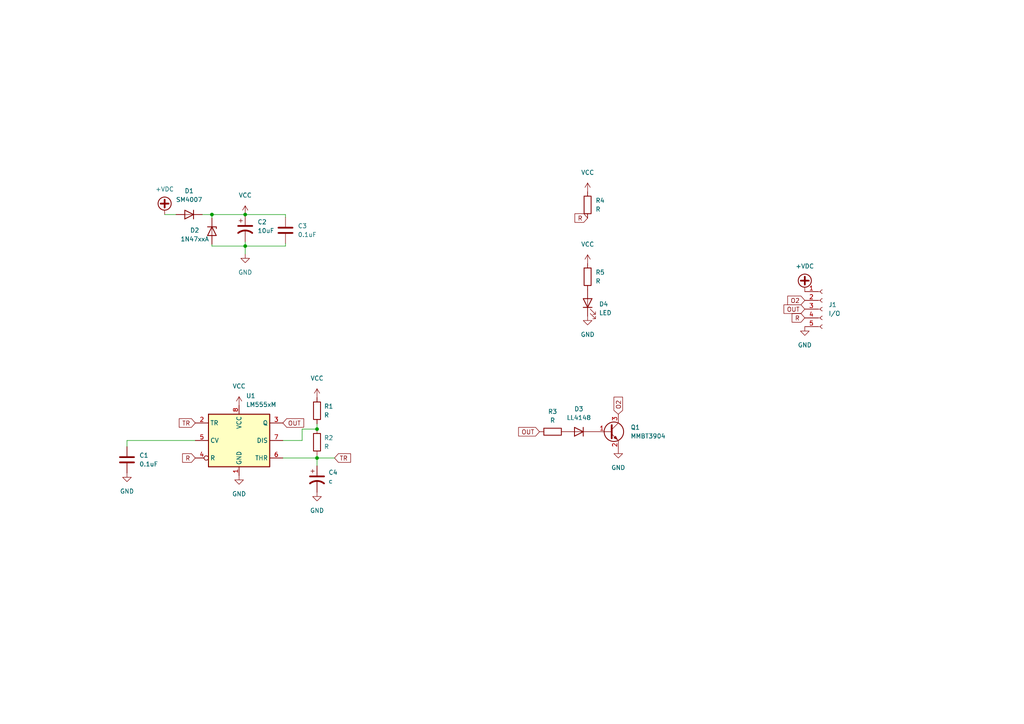
<source format=kicad_sch>
(kicad_sch (version 20211123) (generator eeschema)

  (uuid e63e39d7-6ac0-4ffd-8aa3-1841a4541b55)

  (paper "A4")

  (lib_symbols
    (symbol "Connector:Conn_01x05_Female" (pin_names (offset 1.016) hide) (in_bom yes) (on_board yes)
      (property "Reference" "J" (id 0) (at 0 7.62 0)
        (effects (font (size 1.27 1.27)))
      )
      (property "Value" "Conn_01x05_Female" (id 1) (at 0 -7.62 0)
        (effects (font (size 1.27 1.27)))
      )
      (property "Footprint" "" (id 2) (at 0 0 0)
        (effects (font (size 1.27 1.27)) hide)
      )
      (property "Datasheet" "~" (id 3) (at 0 0 0)
        (effects (font (size 1.27 1.27)) hide)
      )
      (property "ki_keywords" "connector" (id 4) (at 0 0 0)
        (effects (font (size 1.27 1.27)) hide)
      )
      (property "ki_description" "Generic connector, single row, 01x05, script generated (kicad-library-utils/schlib/autogen/connector/)" (id 5) (at 0 0 0)
        (effects (font (size 1.27 1.27)) hide)
      )
      (property "ki_fp_filters" "Connector*:*_1x??_*" (id 6) (at 0 0 0)
        (effects (font (size 1.27 1.27)) hide)
      )
      (symbol "Conn_01x05_Female_1_1"
        (arc (start 0 -4.572) (mid -0.508 -5.08) (end 0 -5.588)
          (stroke (width 0.1524) (type default) (color 0 0 0 0))
          (fill (type none))
        )
        (arc (start 0 -2.032) (mid -0.508 -2.54) (end 0 -3.048)
          (stroke (width 0.1524) (type default) (color 0 0 0 0))
          (fill (type none))
        )
        (polyline
          (pts
            (xy -1.27 -5.08)
            (xy -0.508 -5.08)
          )
          (stroke (width 0.1524) (type default) (color 0 0 0 0))
          (fill (type none))
        )
        (polyline
          (pts
            (xy -1.27 -2.54)
            (xy -0.508 -2.54)
          )
          (stroke (width 0.1524) (type default) (color 0 0 0 0))
          (fill (type none))
        )
        (polyline
          (pts
            (xy -1.27 0)
            (xy -0.508 0)
          )
          (stroke (width 0.1524) (type default) (color 0 0 0 0))
          (fill (type none))
        )
        (polyline
          (pts
            (xy -1.27 2.54)
            (xy -0.508 2.54)
          )
          (stroke (width 0.1524) (type default) (color 0 0 0 0))
          (fill (type none))
        )
        (polyline
          (pts
            (xy -1.27 5.08)
            (xy -0.508 5.08)
          )
          (stroke (width 0.1524) (type default) (color 0 0 0 0))
          (fill (type none))
        )
        (arc (start 0 0.508) (mid -0.508 0) (end 0 -0.508)
          (stroke (width 0.1524) (type default) (color 0 0 0 0))
          (fill (type none))
        )
        (arc (start 0 3.048) (mid -0.508 2.54) (end 0 2.032)
          (stroke (width 0.1524) (type default) (color 0 0 0 0))
          (fill (type none))
        )
        (arc (start 0 5.588) (mid -0.508 5.08) (end 0 4.572)
          (stroke (width 0.1524) (type default) (color 0 0 0 0))
          (fill (type none))
        )
        (pin passive line (at -5.08 5.08 0) (length 3.81)
          (name "Pin_1" (effects (font (size 1.27 1.27))))
          (number "1" (effects (font (size 1.27 1.27))))
        )
        (pin passive line (at -5.08 2.54 0) (length 3.81)
          (name "Pin_2" (effects (font (size 1.27 1.27))))
          (number "2" (effects (font (size 1.27 1.27))))
        )
        (pin passive line (at -5.08 0 0) (length 3.81)
          (name "Pin_3" (effects (font (size 1.27 1.27))))
          (number "3" (effects (font (size 1.27 1.27))))
        )
        (pin passive line (at -5.08 -2.54 0) (length 3.81)
          (name "Pin_4" (effects (font (size 1.27 1.27))))
          (number "4" (effects (font (size 1.27 1.27))))
        )
        (pin passive line (at -5.08 -5.08 0) (length 3.81)
          (name "Pin_5" (effects (font (size 1.27 1.27))))
          (number "5" (effects (font (size 1.27 1.27))))
        )
      )
    )
    (symbol "Device:C" (pin_numbers hide) (pin_names (offset 0.254)) (in_bom yes) (on_board yes)
      (property "Reference" "C" (id 0) (at 0.635 2.54 0)
        (effects (font (size 1.27 1.27)) (justify left))
      )
      (property "Value" "C" (id 1) (at 0.635 -2.54 0)
        (effects (font (size 1.27 1.27)) (justify left))
      )
      (property "Footprint" "" (id 2) (at 0.9652 -3.81 0)
        (effects (font (size 1.27 1.27)) hide)
      )
      (property "Datasheet" "~" (id 3) (at 0 0 0)
        (effects (font (size 1.27 1.27)) hide)
      )
      (property "ki_keywords" "cap capacitor" (id 4) (at 0 0 0)
        (effects (font (size 1.27 1.27)) hide)
      )
      (property "ki_description" "Unpolarized capacitor" (id 5) (at 0 0 0)
        (effects (font (size 1.27 1.27)) hide)
      )
      (property "ki_fp_filters" "C_*" (id 6) (at 0 0 0)
        (effects (font (size 1.27 1.27)) hide)
      )
      (symbol "C_0_1"
        (polyline
          (pts
            (xy -2.032 -0.762)
            (xy 2.032 -0.762)
          )
          (stroke (width 0.508) (type default) (color 0 0 0 0))
          (fill (type none))
        )
        (polyline
          (pts
            (xy -2.032 0.762)
            (xy 2.032 0.762)
          )
          (stroke (width 0.508) (type default) (color 0 0 0 0))
          (fill (type none))
        )
      )
      (symbol "C_1_1"
        (pin passive line (at 0 3.81 270) (length 2.794)
          (name "~" (effects (font (size 1.27 1.27))))
          (number "1" (effects (font (size 1.27 1.27))))
        )
        (pin passive line (at 0 -3.81 90) (length 2.794)
          (name "~" (effects (font (size 1.27 1.27))))
          (number "2" (effects (font (size 1.27 1.27))))
        )
      )
    )
    (symbol "Device:C_Polarized_US" (pin_numbers hide) (pin_names (offset 0.254) hide) (in_bom yes) (on_board yes)
      (property "Reference" "C" (id 0) (at 0.635 2.54 0)
        (effects (font (size 1.27 1.27)) (justify left))
      )
      (property "Value" "C_Polarized_US" (id 1) (at 0.635 -2.54 0)
        (effects (font (size 1.27 1.27)) (justify left))
      )
      (property "Footprint" "" (id 2) (at 0 0 0)
        (effects (font (size 1.27 1.27)) hide)
      )
      (property "Datasheet" "~" (id 3) (at 0 0 0)
        (effects (font (size 1.27 1.27)) hide)
      )
      (property "ki_keywords" "cap capacitor" (id 4) (at 0 0 0)
        (effects (font (size 1.27 1.27)) hide)
      )
      (property "ki_description" "Polarized capacitor, US symbol" (id 5) (at 0 0 0)
        (effects (font (size 1.27 1.27)) hide)
      )
      (property "ki_fp_filters" "CP_*" (id 6) (at 0 0 0)
        (effects (font (size 1.27 1.27)) hide)
      )
      (symbol "C_Polarized_US_0_1"
        (polyline
          (pts
            (xy -2.032 0.762)
            (xy 2.032 0.762)
          )
          (stroke (width 0.508) (type default) (color 0 0 0 0))
          (fill (type none))
        )
        (polyline
          (pts
            (xy -1.778 2.286)
            (xy -0.762 2.286)
          )
          (stroke (width 0) (type default) (color 0 0 0 0))
          (fill (type none))
        )
        (polyline
          (pts
            (xy -1.27 1.778)
            (xy -1.27 2.794)
          )
          (stroke (width 0) (type default) (color 0 0 0 0))
          (fill (type none))
        )
        (arc (start 2.032 -1.27) (mid 0 -0.5572) (end -2.032 -1.27)
          (stroke (width 0.508) (type default) (color 0 0 0 0))
          (fill (type none))
        )
      )
      (symbol "C_Polarized_US_1_1"
        (pin passive line (at 0 3.81 270) (length 2.794)
          (name "~" (effects (font (size 1.27 1.27))))
          (number "1" (effects (font (size 1.27 1.27))))
        )
        (pin passive line (at 0 -3.81 90) (length 3.302)
          (name "~" (effects (font (size 1.27 1.27))))
          (number "2" (effects (font (size 1.27 1.27))))
        )
      )
    )
    (symbol "Device:LED" (pin_numbers hide) (pin_names (offset 1.016) hide) (in_bom yes) (on_board yes)
      (property "Reference" "D" (id 0) (at 0 2.54 0)
        (effects (font (size 1.27 1.27)))
      )
      (property "Value" "LED" (id 1) (at 0 -2.54 0)
        (effects (font (size 1.27 1.27)))
      )
      (property "Footprint" "" (id 2) (at 0 0 0)
        (effects (font (size 1.27 1.27)) hide)
      )
      (property "Datasheet" "~" (id 3) (at 0 0 0)
        (effects (font (size 1.27 1.27)) hide)
      )
      (property "ki_keywords" "LED diode" (id 4) (at 0 0 0)
        (effects (font (size 1.27 1.27)) hide)
      )
      (property "ki_description" "Light emitting diode" (id 5) (at 0 0 0)
        (effects (font (size 1.27 1.27)) hide)
      )
      (property "ki_fp_filters" "LED* LED_SMD:* LED_THT:*" (id 6) (at 0 0 0)
        (effects (font (size 1.27 1.27)) hide)
      )
      (symbol "LED_0_1"
        (polyline
          (pts
            (xy -1.27 -1.27)
            (xy -1.27 1.27)
          )
          (stroke (width 0.254) (type default) (color 0 0 0 0))
          (fill (type none))
        )
        (polyline
          (pts
            (xy -1.27 0)
            (xy 1.27 0)
          )
          (stroke (width 0) (type default) (color 0 0 0 0))
          (fill (type none))
        )
        (polyline
          (pts
            (xy 1.27 -1.27)
            (xy 1.27 1.27)
            (xy -1.27 0)
            (xy 1.27 -1.27)
          )
          (stroke (width 0.254) (type default) (color 0 0 0 0))
          (fill (type none))
        )
        (polyline
          (pts
            (xy -3.048 -0.762)
            (xy -4.572 -2.286)
            (xy -3.81 -2.286)
            (xy -4.572 -2.286)
            (xy -4.572 -1.524)
          )
          (stroke (width 0) (type default) (color 0 0 0 0))
          (fill (type none))
        )
        (polyline
          (pts
            (xy -1.778 -0.762)
            (xy -3.302 -2.286)
            (xy -2.54 -2.286)
            (xy -3.302 -2.286)
            (xy -3.302 -1.524)
          )
          (stroke (width 0) (type default) (color 0 0 0 0))
          (fill (type none))
        )
      )
      (symbol "LED_1_1"
        (pin passive line (at -3.81 0 0) (length 2.54)
          (name "K" (effects (font (size 1.27 1.27))))
          (number "1" (effects (font (size 1.27 1.27))))
        )
        (pin passive line (at 3.81 0 180) (length 2.54)
          (name "A" (effects (font (size 1.27 1.27))))
          (number "2" (effects (font (size 1.27 1.27))))
        )
      )
    )
    (symbol "Device:R" (pin_numbers hide) (pin_names (offset 0)) (in_bom yes) (on_board yes)
      (property "Reference" "R" (id 0) (at 2.032 0 90)
        (effects (font (size 1.27 1.27)))
      )
      (property "Value" "R" (id 1) (at 0 0 90)
        (effects (font (size 1.27 1.27)))
      )
      (property "Footprint" "" (id 2) (at -1.778 0 90)
        (effects (font (size 1.27 1.27)) hide)
      )
      (property "Datasheet" "~" (id 3) (at 0 0 0)
        (effects (font (size 1.27 1.27)) hide)
      )
      (property "ki_keywords" "R res resistor" (id 4) (at 0 0 0)
        (effects (font (size 1.27 1.27)) hide)
      )
      (property "ki_description" "Resistor" (id 5) (at 0 0 0)
        (effects (font (size 1.27 1.27)) hide)
      )
      (property "ki_fp_filters" "R_*" (id 6) (at 0 0 0)
        (effects (font (size 1.27 1.27)) hide)
      )
      (symbol "R_0_1"
        (rectangle (start -1.016 -2.54) (end 1.016 2.54)
          (stroke (width 0.254) (type default) (color 0 0 0 0))
          (fill (type none))
        )
      )
      (symbol "R_1_1"
        (pin passive line (at 0 3.81 270) (length 1.27)
          (name "~" (effects (font (size 1.27 1.27))))
          (number "1" (effects (font (size 1.27 1.27))))
        )
        (pin passive line (at 0 -3.81 90) (length 1.27)
          (name "~" (effects (font (size 1.27 1.27))))
          (number "2" (effects (font (size 1.27 1.27))))
        )
      )
    )
    (symbol "Diode:1N47xxA" (pin_numbers hide) (pin_names (offset 1.016) hide) (in_bom yes) (on_board yes)
      (property "Reference" "D" (id 0) (at 0 2.54 0)
        (effects (font (size 1.27 1.27)))
      )
      (property "Value" "1N47xxA" (id 1) (at 0 -2.54 0)
        (effects (font (size 1.27 1.27)))
      )
      (property "Footprint" "Diode_THT:D_DO-41_SOD81_P10.16mm_Horizontal" (id 2) (at 0 -4.445 0)
        (effects (font (size 1.27 1.27)) hide)
      )
      (property "Datasheet" "https://www.vishay.com/docs/85816/1n4728a.pdf" (id 3) (at 0 0 0)
        (effects (font (size 1.27 1.27)) hide)
      )
      (property "ki_keywords" "zener diode" (id 4) (at 0 0 0)
        (effects (font (size 1.27 1.27)) hide)
      )
      (property "ki_description" "1300mW Silicon planar power Zener diodes, DO-41" (id 5) (at 0 0 0)
        (effects (font (size 1.27 1.27)) hide)
      )
      (property "ki_fp_filters" "D*DO?41*" (id 6) (at 0 0 0)
        (effects (font (size 1.27 1.27)) hide)
      )
      (symbol "1N47xxA_0_1"
        (polyline
          (pts
            (xy 1.27 0)
            (xy -1.27 0)
          )
          (stroke (width 0) (type default) (color 0 0 0 0))
          (fill (type none))
        )
        (polyline
          (pts
            (xy -1.27 -1.27)
            (xy -1.27 1.27)
            (xy -0.762 1.27)
          )
          (stroke (width 0.254) (type default) (color 0 0 0 0))
          (fill (type none))
        )
        (polyline
          (pts
            (xy 1.27 -1.27)
            (xy 1.27 1.27)
            (xy -1.27 0)
            (xy 1.27 -1.27)
          )
          (stroke (width 0.254) (type default) (color 0 0 0 0))
          (fill (type none))
        )
      )
      (symbol "1N47xxA_1_1"
        (pin passive line (at -3.81 0 0) (length 2.54)
          (name "K" (effects (font (size 1.27 1.27))))
          (number "1" (effects (font (size 1.27 1.27))))
        )
        (pin passive line (at 3.81 0 180) (length 2.54)
          (name "A" (effects (font (size 1.27 1.27))))
          (number "2" (effects (font (size 1.27 1.27))))
        )
      )
    )
    (symbol "Diode:LL4148" (pin_numbers hide) (pin_names (offset 1.016) hide) (in_bom yes) (on_board yes)
      (property "Reference" "D" (id 0) (at 0 2.54 0)
        (effects (font (size 1.27 1.27)))
      )
      (property "Value" "LL4148" (id 1) (at 0 -2.54 0)
        (effects (font (size 1.27 1.27)))
      )
      (property "Footprint" "Diode_SMD:D_MiniMELF" (id 2) (at 0 -4.445 0)
        (effects (font (size 1.27 1.27)) hide)
      )
      (property "Datasheet" "http://www.vishay.com/docs/85557/ll4148.pdf" (id 3) (at 0 0 0)
        (effects (font (size 1.27 1.27)) hide)
      )
      (property "ki_keywords" "diode" (id 4) (at 0 0 0)
        (effects (font (size 1.27 1.27)) hide)
      )
      (property "ki_description" "100V 0.15A standard switching diode, MiniMELF" (id 5) (at 0 0 0)
        (effects (font (size 1.27 1.27)) hide)
      )
      (property "ki_fp_filters" "D*MiniMELF*" (id 6) (at 0 0 0)
        (effects (font (size 1.27 1.27)) hide)
      )
      (symbol "LL4148_0_1"
        (polyline
          (pts
            (xy -1.27 1.27)
            (xy -1.27 -1.27)
          )
          (stroke (width 0.254) (type default) (color 0 0 0 0))
          (fill (type none))
        )
        (polyline
          (pts
            (xy 1.27 0)
            (xy -1.27 0)
          )
          (stroke (width 0) (type default) (color 0 0 0 0))
          (fill (type none))
        )
        (polyline
          (pts
            (xy 1.27 1.27)
            (xy 1.27 -1.27)
            (xy -1.27 0)
            (xy 1.27 1.27)
          )
          (stroke (width 0.254) (type default) (color 0 0 0 0))
          (fill (type none))
        )
      )
      (symbol "LL4148_1_1"
        (pin passive line (at -3.81 0 0) (length 2.54)
          (name "K" (effects (font (size 1.27 1.27))))
          (number "1" (effects (font (size 1.27 1.27))))
        )
        (pin passive line (at 3.81 0 180) (length 2.54)
          (name "A" (effects (font (size 1.27 1.27))))
          (number "2" (effects (font (size 1.27 1.27))))
        )
      )
    )
    (symbol "Diode:SM4007" (pin_numbers hide) (pin_names (offset 1.016) hide) (in_bom yes) (on_board yes)
      (property "Reference" "D" (id 0) (at 0 2.54 0)
        (effects (font (size 1.27 1.27)))
      )
      (property "Value" "SM4007" (id 1) (at 0 -2.54 0)
        (effects (font (size 1.27 1.27)))
      )
      (property "Footprint" "Diode_SMD:D_MELF" (id 2) (at 0 -4.445 0)
        (effects (font (size 1.27 1.27)) hide)
      )
      (property "Datasheet" "http://cdn-reichelt.de/documents/datenblatt/A400/SMD1N400%23DIO.pdf" (id 3) (at 0 0 0)
        (effects (font (size 1.27 1.27)) hide)
      )
      (property "ki_keywords" "diode" (id 4) (at 0 0 0)
        (effects (font (size 1.27 1.27)) hide)
      )
      (property "ki_description" "1000V 1A General Purpose Rectifier Diode, MELF" (id 5) (at 0 0 0)
        (effects (font (size 1.27 1.27)) hide)
      )
      (property "ki_fp_filters" "D*MELF*" (id 6) (at 0 0 0)
        (effects (font (size 1.27 1.27)) hide)
      )
      (symbol "SM4007_0_1"
        (polyline
          (pts
            (xy -1.27 1.27)
            (xy -1.27 -1.27)
          )
          (stroke (width 0.254) (type default) (color 0 0 0 0))
          (fill (type none))
        )
        (polyline
          (pts
            (xy 1.27 0)
            (xy -1.27 0)
          )
          (stroke (width 0) (type default) (color 0 0 0 0))
          (fill (type none))
        )
        (polyline
          (pts
            (xy 1.27 1.27)
            (xy 1.27 -1.27)
            (xy -1.27 0)
            (xy 1.27 1.27)
          )
          (stroke (width 0.254) (type default) (color 0 0 0 0))
          (fill (type none))
        )
      )
      (symbol "SM4007_1_1"
        (pin passive line (at -3.81 0 0) (length 2.54)
          (name "K" (effects (font (size 1.27 1.27))))
          (number "1" (effects (font (size 1.27 1.27))))
        )
        (pin passive line (at 3.81 0 180) (length 2.54)
          (name "A" (effects (font (size 1.27 1.27))))
          (number "2" (effects (font (size 1.27 1.27))))
        )
      )
    )
    (symbol "Timer:LM555xM" (in_bom yes) (on_board yes)
      (property "Reference" "U" (id 0) (at -10.16 8.89 0)
        (effects (font (size 1.27 1.27)) (justify left))
      )
      (property "Value" "LM555xM" (id 1) (at 2.54 8.89 0)
        (effects (font (size 1.27 1.27)) (justify left))
      )
      (property "Footprint" "Package_SO:SOIC-8_3.9x4.9mm_P1.27mm" (id 2) (at 21.59 -10.16 0)
        (effects (font (size 1.27 1.27)) hide)
      )
      (property "Datasheet" "http://www.ti.com/lit/ds/symlink/lm555.pdf" (id 3) (at 21.59 -10.16 0)
        (effects (font (size 1.27 1.27)) hide)
      )
      (property "ki_keywords" "single timer 555" (id 4) (at 0 0 0)
        (effects (font (size 1.27 1.27)) hide)
      )
      (property "ki_description" "Timer, 555 compatible, SOIC-8" (id 5) (at 0 0 0)
        (effects (font (size 1.27 1.27)) hide)
      )
      (property "ki_fp_filters" "SOIC*3.9x4.9mm*P1.27mm*" (id 6) (at 0 0 0)
        (effects (font (size 1.27 1.27)) hide)
      )
      (symbol "LM555xM_0_0"
        (pin power_in line (at 0 -10.16 90) (length 2.54)
          (name "GND" (effects (font (size 1.27 1.27))))
          (number "1" (effects (font (size 1.27 1.27))))
        )
        (pin power_in line (at 0 10.16 270) (length 2.54)
          (name "VCC" (effects (font (size 1.27 1.27))))
          (number "8" (effects (font (size 1.27 1.27))))
        )
      )
      (symbol "LM555xM_0_1"
        (rectangle (start -8.89 -7.62) (end 8.89 7.62)
          (stroke (width 0.254) (type default) (color 0 0 0 0))
          (fill (type background))
        )
        (rectangle (start -8.89 -7.62) (end 8.89 7.62)
          (stroke (width 0.254) (type default) (color 0 0 0 0))
          (fill (type background))
        )
      )
      (symbol "LM555xM_1_1"
        (pin input line (at -12.7 5.08 0) (length 3.81)
          (name "TR" (effects (font (size 1.27 1.27))))
          (number "2" (effects (font (size 1.27 1.27))))
        )
        (pin output line (at 12.7 5.08 180) (length 3.81)
          (name "Q" (effects (font (size 1.27 1.27))))
          (number "3" (effects (font (size 1.27 1.27))))
        )
        (pin input inverted (at -12.7 -5.08 0) (length 3.81)
          (name "R" (effects (font (size 1.27 1.27))))
          (number "4" (effects (font (size 1.27 1.27))))
        )
        (pin input line (at -12.7 0 0) (length 3.81)
          (name "CV" (effects (font (size 1.27 1.27))))
          (number "5" (effects (font (size 1.27 1.27))))
        )
        (pin input line (at 12.7 -5.08 180) (length 3.81)
          (name "THR" (effects (font (size 1.27 1.27))))
          (number "6" (effects (font (size 1.27 1.27))))
        )
        (pin input line (at 12.7 0 180) (length 3.81)
          (name "DIS" (effects (font (size 1.27 1.27))))
          (number "7" (effects (font (size 1.27 1.27))))
        )
      )
    )
    (symbol "Transistor_BJT:MMBT3904" (pin_names (offset 0) hide) (in_bom yes) (on_board yes)
      (property "Reference" "Q" (id 0) (at 5.08 1.905 0)
        (effects (font (size 1.27 1.27)) (justify left))
      )
      (property "Value" "MMBT3904" (id 1) (at 5.08 0 0)
        (effects (font (size 1.27 1.27)) (justify left))
      )
      (property "Footprint" "Package_TO_SOT_SMD:SOT-23" (id 2) (at 5.08 -1.905 0)
        (effects (font (size 1.27 1.27) italic) (justify left) hide)
      )
      (property "Datasheet" "https://www.onsemi.com/pub/Collateral/2N3903-D.PDF" (id 3) (at 0 0 0)
        (effects (font (size 1.27 1.27)) (justify left) hide)
      )
      (property "ki_keywords" "NPN Transistor" (id 4) (at 0 0 0)
        (effects (font (size 1.27 1.27)) hide)
      )
      (property "ki_description" "0.2A Ic, 40V Vce, Small Signal NPN Transistor, SOT-23" (id 5) (at 0 0 0)
        (effects (font (size 1.27 1.27)) hide)
      )
      (property "ki_fp_filters" "SOT?23*" (id 6) (at 0 0 0)
        (effects (font (size 1.27 1.27)) hide)
      )
      (symbol "MMBT3904_0_1"
        (polyline
          (pts
            (xy 0.635 0.635)
            (xy 2.54 2.54)
          )
          (stroke (width 0) (type default) (color 0 0 0 0))
          (fill (type none))
        )
        (polyline
          (pts
            (xy 0.635 -0.635)
            (xy 2.54 -2.54)
            (xy 2.54 -2.54)
          )
          (stroke (width 0) (type default) (color 0 0 0 0))
          (fill (type none))
        )
        (polyline
          (pts
            (xy 0.635 1.905)
            (xy 0.635 -1.905)
            (xy 0.635 -1.905)
          )
          (stroke (width 0.508) (type default) (color 0 0 0 0))
          (fill (type none))
        )
        (polyline
          (pts
            (xy 1.27 -1.778)
            (xy 1.778 -1.27)
            (xy 2.286 -2.286)
            (xy 1.27 -1.778)
            (xy 1.27 -1.778)
          )
          (stroke (width 0) (type default) (color 0 0 0 0))
          (fill (type outline))
        )
        (circle (center 1.27 0) (radius 2.8194)
          (stroke (width 0.254) (type default) (color 0 0 0 0))
          (fill (type none))
        )
      )
      (symbol "MMBT3904_1_1"
        (pin input line (at -5.08 0 0) (length 5.715)
          (name "B" (effects (font (size 1.27 1.27))))
          (number "1" (effects (font (size 1.27 1.27))))
        )
        (pin passive line (at 2.54 -5.08 90) (length 2.54)
          (name "E" (effects (font (size 1.27 1.27))))
          (number "2" (effects (font (size 1.27 1.27))))
        )
        (pin passive line (at 2.54 5.08 270) (length 2.54)
          (name "C" (effects (font (size 1.27 1.27))))
          (number "3" (effects (font (size 1.27 1.27))))
        )
      )
    )
    (symbol "power:+VDC" (power) (pin_names (offset 0)) (in_bom yes) (on_board yes)
      (property "Reference" "#PWR" (id 0) (at 0 -2.54 0)
        (effects (font (size 1.27 1.27)) hide)
      )
      (property "Value" "+VDC" (id 1) (at 0 6.35 0)
        (effects (font (size 1.27 1.27)))
      )
      (property "Footprint" "" (id 2) (at 0 0 0)
        (effects (font (size 1.27 1.27)) hide)
      )
      (property "Datasheet" "" (id 3) (at 0 0 0)
        (effects (font (size 1.27 1.27)) hide)
      )
      (property "ki_keywords" "power-flag" (id 4) (at 0 0 0)
        (effects (font (size 1.27 1.27)) hide)
      )
      (property "ki_description" "Power symbol creates a global label with name \"+VDC\"" (id 5) (at 0 0 0)
        (effects (font (size 1.27 1.27)) hide)
      )
      (symbol "+VDC_0_1"
        (polyline
          (pts
            (xy -1.143 3.175)
            (xy 1.143 3.175)
          )
          (stroke (width 0.508) (type default) (color 0 0 0 0))
          (fill (type none))
        )
        (polyline
          (pts
            (xy 0 0)
            (xy 0 1.27)
          )
          (stroke (width 0) (type default) (color 0 0 0 0))
          (fill (type none))
        )
        (polyline
          (pts
            (xy 0 2.032)
            (xy 0 4.318)
          )
          (stroke (width 0.508) (type default) (color 0 0 0 0))
          (fill (type none))
        )
        (circle (center 0 3.175) (radius 1.905)
          (stroke (width 0.254) (type default) (color 0 0 0 0))
          (fill (type none))
        )
      )
      (symbol "+VDC_1_1"
        (pin power_in line (at 0 0 90) (length 0) hide
          (name "+VDC" (effects (font (size 1.27 1.27))))
          (number "1" (effects (font (size 1.27 1.27))))
        )
      )
    )
    (symbol "power:GND" (power) (pin_names (offset 0)) (in_bom yes) (on_board yes)
      (property "Reference" "#PWR" (id 0) (at 0 -6.35 0)
        (effects (font (size 1.27 1.27)) hide)
      )
      (property "Value" "GND" (id 1) (at 0 -3.81 0)
        (effects (font (size 1.27 1.27)))
      )
      (property "Footprint" "" (id 2) (at 0 0 0)
        (effects (font (size 1.27 1.27)) hide)
      )
      (property "Datasheet" "" (id 3) (at 0 0 0)
        (effects (font (size 1.27 1.27)) hide)
      )
      (property "ki_keywords" "power-flag" (id 4) (at 0 0 0)
        (effects (font (size 1.27 1.27)) hide)
      )
      (property "ki_description" "Power symbol creates a global label with name \"GND\" , ground" (id 5) (at 0 0 0)
        (effects (font (size 1.27 1.27)) hide)
      )
      (symbol "GND_0_1"
        (polyline
          (pts
            (xy 0 0)
            (xy 0 -1.27)
            (xy 1.27 -1.27)
            (xy 0 -2.54)
            (xy -1.27 -1.27)
            (xy 0 -1.27)
          )
          (stroke (width 0) (type default) (color 0 0 0 0))
          (fill (type none))
        )
      )
      (symbol "GND_1_1"
        (pin power_in line (at 0 0 270) (length 0) hide
          (name "GND" (effects (font (size 1.27 1.27))))
          (number "1" (effects (font (size 1.27 1.27))))
        )
      )
    )
    (symbol "power:VCC" (power) (pin_names (offset 0)) (in_bom yes) (on_board yes)
      (property "Reference" "#PWR" (id 0) (at 0 -3.81 0)
        (effects (font (size 1.27 1.27)) hide)
      )
      (property "Value" "VCC" (id 1) (at 0 3.81 0)
        (effects (font (size 1.27 1.27)))
      )
      (property "Footprint" "" (id 2) (at 0 0 0)
        (effects (font (size 1.27 1.27)) hide)
      )
      (property "Datasheet" "" (id 3) (at 0 0 0)
        (effects (font (size 1.27 1.27)) hide)
      )
      (property "ki_keywords" "power-flag" (id 4) (at 0 0 0)
        (effects (font (size 1.27 1.27)) hide)
      )
      (property "ki_description" "Power symbol creates a global label with name \"VCC\"" (id 5) (at 0 0 0)
        (effects (font (size 1.27 1.27)) hide)
      )
      (symbol "VCC_0_1"
        (polyline
          (pts
            (xy -0.762 1.27)
            (xy 0 2.54)
          )
          (stroke (width 0) (type default) (color 0 0 0 0))
          (fill (type none))
        )
        (polyline
          (pts
            (xy 0 0)
            (xy 0 2.54)
          )
          (stroke (width 0) (type default) (color 0 0 0 0))
          (fill (type none))
        )
        (polyline
          (pts
            (xy 0 2.54)
            (xy 0.762 1.27)
          )
          (stroke (width 0) (type default) (color 0 0 0 0))
          (fill (type none))
        )
      )
      (symbol "VCC_1_1"
        (pin power_in line (at 0 0 90) (length 0) hide
          (name "VCC" (effects (font (size 1.27 1.27))))
          (number "1" (effects (font (size 1.27 1.27))))
        )
      )
    )
  )

  (junction (at 71.12 71.374) (diameter 0) (color 0 0 0 0)
    (uuid 277bc8d1-0224-40f2-a4b3-cff612ff230d)
  )
  (junction (at 91.948 124.46) (diameter 0) (color 0 0 0 0)
    (uuid 8f849dba-575c-4b13-9264-959ff1f305db)
  )
  (junction (at 61.468 62.23) (diameter 0) (color 0 0 0 0)
    (uuid 9f40c9f1-fc4a-40d9-9012-5f085e099ec0)
  )
  (junction (at 91.948 132.842) (diameter 0) (color 0 0 0 0)
    (uuid a18406a7-cc47-45f2-8920-09a7f25bb056)
  )
  (junction (at 71.12 62.23) (diameter 0) (color 0 0 0 0)
    (uuid d10d869b-34b3-4d98-a49d-9815455ebcfb)
  )

  (wire (pts (xy 82.042 132.842) (xy 91.948 132.842))
    (stroke (width 0) (type default) (color 0 0 0 0))
    (uuid 01e1f34f-a2e4-49f1-b501-29f9cc54ab59)
  )
  (wire (pts (xy 47.752 62.23) (xy 51.054 62.23))
    (stroke (width 0) (type default) (color 0 0 0 0))
    (uuid 0654d8d5-df44-408a-8072-c73fff27d495)
  )
  (wire (pts (xy 71.12 70.104) (xy 71.12 71.374))
    (stroke (width 0) (type default) (color 0 0 0 0))
    (uuid 1022c09d-80f1-4b15-97ad-1376c01d3e7f)
  )
  (wire (pts (xy 71.12 71.374) (xy 71.12 73.66))
    (stroke (width 0) (type default) (color 0 0 0 0))
    (uuid 187065ec-3a4d-4b93-8e52-99056d0fac7d)
  )
  (wire (pts (xy 91.948 132.08) (xy 91.948 132.842))
    (stroke (width 0) (type default) (color 0 0 0 0))
    (uuid 26caa7a3-5a17-4399-b22c-231318640487)
  )
  (wire (pts (xy 82.804 70.612) (xy 82.804 71.374))
    (stroke (width 0) (type default) (color 0 0 0 0))
    (uuid 29283b10-35d3-45cb-bd5d-f72658dfde09)
  )
  (wire (pts (xy 82.804 62.23) (xy 82.804 62.992))
    (stroke (width 0) (type default) (color 0 0 0 0))
    (uuid 39473179-81f7-4f92-9a82-0551a9ed1a65)
  )
  (wire (pts (xy 36.83 129.54) (xy 36.83 127.762))
    (stroke (width 0) (type default) (color 0 0 0 0))
    (uuid 398cb0ee-958d-4a42-bbc8-5911c54192c7)
  )
  (wire (pts (xy 91.948 122.936) (xy 91.948 124.46))
    (stroke (width 0) (type default) (color 0 0 0 0))
    (uuid 42b5c82f-0c41-4d61-837b-420d26de8d57)
  )
  (wire (pts (xy 61.468 62.23) (xy 71.12 62.23))
    (stroke (width 0) (type default) (color 0 0 0 0))
    (uuid 4d372122-3482-4c53-ba7c-7e67bd3f3c64)
  )
  (wire (pts (xy 91.948 132.842) (xy 91.948 135.128))
    (stroke (width 0) (type default) (color 0 0 0 0))
    (uuid 7cb7dc86-b308-4090-b911-17d1741d6962)
  )
  (wire (pts (xy 87.63 127.762) (xy 87.63 124.46))
    (stroke (width 0) (type default) (color 0 0 0 0))
    (uuid 94daac54-7351-4a23-95d6-709d290b80f9)
  )
  (wire (pts (xy 36.83 127.762) (xy 56.642 127.762))
    (stroke (width 0) (type default) (color 0 0 0 0))
    (uuid 983fd000-ac0e-4da0-935a-eba43d5d26e4)
  )
  (wire (pts (xy 91.948 132.842) (xy 97.028 132.842))
    (stroke (width 0) (type default) (color 0 0 0 0))
    (uuid 9a98b3a9-c386-40b6-a8df-484012a04ba3)
  )
  (wire (pts (xy 58.674 62.23) (xy 61.468 62.23))
    (stroke (width 0) (type default) (color 0 0 0 0))
    (uuid 9ead2834-c773-4a13-ab33-02bffa75f11e)
  )
  (wire (pts (xy 61.468 63.246) (xy 61.468 62.23))
    (stroke (width 0) (type default) (color 0 0 0 0))
    (uuid a0126e54-a8d4-41cd-bc46-a91a6e2c7b60)
  )
  (wire (pts (xy 82.804 62.23) (xy 71.12 62.23))
    (stroke (width 0) (type default) (color 0 0 0 0))
    (uuid b0e86935-ed76-4e94-94c4-17425f653ccd)
  )
  (wire (pts (xy 71.12 62.23) (xy 71.12 62.484))
    (stroke (width 0) (type default) (color 0 0 0 0))
    (uuid baccf262-8c14-4c57-874d-0436604aa992)
  )
  (wire (pts (xy 87.63 124.46) (xy 91.948 124.46))
    (stroke (width 0) (type default) (color 0 0 0 0))
    (uuid c1e1f626-79f6-4163-8ed1-55dbfafaa14c)
  )
  (wire (pts (xy 61.468 70.866) (xy 61.468 71.374))
    (stroke (width 0) (type default) (color 0 0 0 0))
    (uuid cdaf95aa-d122-4dbe-a9ec-a0d319195fb5)
  )
  (wire (pts (xy 82.042 127.762) (xy 87.63 127.762))
    (stroke (width 0) (type default) (color 0 0 0 0))
    (uuid d25d9ada-1e8e-4b26-affc-7a3437f9167b)
  )
  (wire (pts (xy 71.12 71.374) (xy 61.468 71.374))
    (stroke (width 0) (type default) (color 0 0 0 0))
    (uuid e58c80c9-15d0-4f62-830e-c9ce06bbfa30)
  )
  (wire (pts (xy 71.12 71.374) (xy 82.804 71.374))
    (stroke (width 0) (type default) (color 0 0 0 0))
    (uuid f79cacb4-df99-4d8e-ba76-e98865eb3c4c)
  )

  (global_label "R" (shape input) (at 170.434 63.246 180) (fields_autoplaced)
    (effects (font (size 1.27 1.27)) (justify right))
    (uuid 0ccf7fc0-8f2c-4d6f-b8bc-70c3e3c46b09)
    (property "Intersheet References" "${INTERSHEET_REFS}" (id 0) (at 166.7509 63.1666 0)
      (effects (font (size 1.27 1.27)) (justify right) hide)
    )
  )
  (global_label "R" (shape input) (at 56.642 132.842 180) (fields_autoplaced)
    (effects (font (size 1.27 1.27)) (justify right))
    (uuid 18597571-2fd3-43c1-b1ad-617b8d0a7b78)
    (property "Intersheet References" "${INTERSHEET_REFS}" (id 0) (at 52.9589 132.7626 0)
      (effects (font (size 1.27 1.27)) (justify right) hide)
    )
  )
  (global_label "OUT" (shape input) (at 233.426 89.662 180) (fields_autoplaced)
    (effects (font (size 1.27 1.27)) (justify right))
    (uuid 2e1bdb33-3340-4c7f-b5f7-94b96706ab81)
    (property "Intersheet References" "${INTERSHEET_REFS}" (id 0) (at 227.3843 89.7414 0)
      (effects (font (size 1.27 1.27)) (justify right) hide)
    )
  )
  (global_label "TR" (shape input) (at 97.028 132.842 0) (fields_autoplaced)
    (effects (font (size 1.27 1.27)) (justify left))
    (uuid 44edc69c-0522-487e-ad4f-ca8d85649e4d)
    (property "Intersheet References" "${INTERSHEET_REFS}" (id 0) (at 101.6787 132.7626 0)
      (effects (font (size 1.27 1.27)) (justify left) hide)
    )
  )
  (global_label "O2" (shape input) (at 233.426 87.122 180) (fields_autoplaced)
    (effects (font (size 1.27 1.27)) (justify right))
    (uuid 4f3e05b6-3bd1-449e-b8ec-c191c5bb2092)
    (property "Intersheet References" "${INTERSHEET_REFS}" (id 0) (at 228.4729 87.0426 0)
      (effects (font (size 1.27 1.27)) (justify right) hide)
    )
  )
  (global_label "TR" (shape input) (at 56.642 122.682 180) (fields_autoplaced)
    (effects (font (size 1.27 1.27)) (justify right))
    (uuid 52f48c96-618a-4662-b288-40cf0e767962)
    (property "Intersheet References" "${INTERSHEET_REFS}" (id 0) (at 51.9913 122.6026 0)
      (effects (font (size 1.27 1.27)) (justify right) hide)
    )
  )
  (global_label "OUT" (shape input) (at 82.042 122.682 0) (fields_autoplaced)
    (effects (font (size 1.27 1.27)) (justify left))
    (uuid 5c9d2373-8a3e-4fe1-b09c-0c0532db11cc)
    (property "Intersheet References" "${INTERSHEET_REFS}" (id 0) (at 88.0837 122.6026 0)
      (effects (font (size 1.27 1.27)) (justify left) hide)
    )
  )
  (global_label "OUT" (shape input) (at 156.464 125.222 180) (fields_autoplaced)
    (effects (font (size 1.27 1.27)) (justify right))
    (uuid 6c7ce76d-c56d-41b9-b1d3-9690a8f214fd)
    (property "Intersheet References" "${INTERSHEET_REFS}" (id 0) (at 150.4223 125.3014 0)
      (effects (font (size 1.27 1.27)) (justify right) hide)
    )
  )
  (global_label "O2" (shape input) (at 179.324 120.142 90) (fields_autoplaced)
    (effects (font (size 1.27 1.27)) (justify left))
    (uuid 7afd8fc5-f32b-4aca-8f3d-3b2a7754a073)
    (property "Intersheet References" "${INTERSHEET_REFS}" (id 0) (at 179.4034 115.1889 90)
      (effects (font (size 1.27 1.27)) (justify left) hide)
    )
  )
  (global_label "R" (shape input) (at 233.426 92.202 180) (fields_autoplaced)
    (effects (font (size 1.27 1.27)) (justify right))
    (uuid aa365b85-0328-4785-87cb-7670a1501cfd)
    (property "Intersheet References" "${INTERSHEET_REFS}" (id 0) (at 229.7429 92.1226 0)
      (effects (font (size 1.27 1.27)) (justify right) hide)
    )
  )

  (symbol (lib_id "power:+VDC") (at 233.426 84.582 0) (unit 1)
    (in_bom yes) (on_board yes) (fields_autoplaced)
    (uuid 0b3424f7-d32d-4af5-b1e8-1c1597bad6a6)
    (property "Reference" "#PWR013" (id 0) (at 233.426 87.122 0)
      (effects (font (size 1.27 1.27)) hide)
    )
    (property "Value" "+VDC" (id 1) (at 233.426 77.216 0))
    (property "Footprint" "" (id 2) (at 233.426 84.582 0)
      (effects (font (size 1.27 1.27)) hide)
    )
    (property "Datasheet" "" (id 3) (at 233.426 84.582 0)
      (effects (font (size 1.27 1.27)) hide)
    )
    (pin "1" (uuid be67eca1-0998-446e-b137-13bb5ff550ba))
  )

  (symbol (lib_id "power:VCC") (at 71.12 62.23 0) (unit 1)
    (in_bom yes) (on_board yes) (fields_autoplaced)
    (uuid 122a6df0-ea26-486b-be62-1f72959c287e)
    (property "Reference" "#PWR05" (id 0) (at 71.12 66.04 0)
      (effects (font (size 1.27 1.27)) hide)
    )
    (property "Value" "VCC" (id 1) (at 71.12 56.642 0))
    (property "Footprint" "" (id 2) (at 71.12 62.23 0)
      (effects (font (size 1.27 1.27)) hide)
    )
    (property "Datasheet" "" (id 3) (at 71.12 62.23 0)
      (effects (font (size 1.27 1.27)) hide)
    )
    (pin "1" (uuid 0dc3b509-c9ab-454e-8da5-edcd067643e2))
  )

  (symbol (lib_id "Device:C") (at 82.804 66.802 0) (unit 1)
    (in_bom yes) (on_board yes) (fields_autoplaced)
    (uuid 1f93ece9-18d1-4295-8900-c2bae74ef5eb)
    (property "Reference" "C3" (id 0) (at 86.36 65.5319 0)
      (effects (font (size 1.27 1.27)) (justify left))
    )
    (property "Value" "0.1uF" (id 1) (at 86.36 68.0719 0)
      (effects (font (size 1.27 1.27)) (justify left))
    )
    (property "Footprint" "Capacitor_SMD:C_1206_3216Metric" (id 2) (at 83.7692 70.612 0)
      (effects (font (size 1.27 1.27)) hide)
    )
    (property "Datasheet" "~" (id 3) (at 82.804 66.802 0)
      (effects (font (size 1.27 1.27)) hide)
    )
    (pin "1" (uuid abf08d50-6907-4ab2-891a-c5a72cfe2fa5))
    (pin "2" (uuid df3951a6-8589-4bfc-8374-c6867718aae4))
  )

  (symbol (lib_id "Device:R") (at 170.434 59.436 0) (unit 1)
    (in_bom yes) (on_board yes) (fields_autoplaced)
    (uuid 1fe9dc17-ffa3-4b46-a999-0a6e96c8c536)
    (property "Reference" "R4" (id 0) (at 172.72 58.1659 0)
      (effects (font (size 1.27 1.27)) (justify left))
    )
    (property "Value" "R" (id 1) (at 172.72 60.7059 0)
      (effects (font (size 1.27 1.27)) (justify left))
    )
    (property "Footprint" "Resistor_SMD:R_1206_3216Metric" (id 2) (at 168.656 59.436 90)
      (effects (font (size 1.27 1.27)) hide)
    )
    (property "Datasheet" "~" (id 3) (at 170.434 59.436 0)
      (effects (font (size 1.27 1.27)) hide)
    )
    (pin "1" (uuid ac301523-0ab9-4c81-bbe4-a172641b8224))
    (pin "2" (uuid d4b24fa1-8da6-487c-be5a-3eec6df8a392))
  )

  (symbol (lib_id "power:GND") (at 170.434 91.694 0) (unit 1)
    (in_bom yes) (on_board yes) (fields_autoplaced)
    (uuid 26abb549-caa7-4d5c-b0b9-981a07703de0)
    (property "Reference" "#PWR011" (id 0) (at 170.434 98.044 0)
      (effects (font (size 1.27 1.27)) hide)
    )
    (property "Value" "GND" (id 1) (at 170.434 97.028 0))
    (property "Footprint" "" (id 2) (at 170.434 91.694 0)
      (effects (font (size 1.27 1.27)) hide)
    )
    (property "Datasheet" "" (id 3) (at 170.434 91.694 0)
      (effects (font (size 1.27 1.27)) hide)
    )
    (pin "1" (uuid 15a5b878-1d72-4a62-8e3b-303468e0eec8))
  )

  (symbol (lib_id "Connector:Conn_01x05_Female") (at 238.506 89.662 0) (unit 1)
    (in_bom yes) (on_board yes) (fields_autoplaced)
    (uuid 27a9d1e1-420e-4ba3-851a-0d64ecd77756)
    (property "Reference" "J1" (id 0) (at 240.284 88.3919 0)
      (effects (font (size 1.27 1.27)) (justify left))
    )
    (property "Value" "I/O" (id 1) (at 240.284 90.9319 0)
      (effects (font (size 1.27 1.27)) (justify left))
    )
    (property "Footprint" "Connector_PinHeader_2.54mm:PinHeader_1x05_P2.54mm_Vertical" (id 2) (at 238.506 89.662 0)
      (effects (font (size 1.27 1.27)) hide)
    )
    (property "Datasheet" "~" (id 3) (at 238.506 89.662 0)
      (effects (font (size 1.27 1.27)) hide)
    )
    (pin "1" (uuid 2bdda21f-13ee-449a-b227-9a54419c8b42))
    (pin "2" (uuid 1da254ed-29b1-422b-95d9-60841f7f8478))
    (pin "3" (uuid a2164008-657b-47d6-89c6-d33a0f994fb2))
    (pin "4" (uuid bb5b8563-8aeb-4b58-8ad3-b9c00376a282))
    (pin "5" (uuid c26b5e1b-cc90-4133-9352-3657147f8158))
  )

  (symbol (lib_id "Device:C_Polarized_US") (at 71.12 66.294 0) (unit 1)
    (in_bom yes) (on_board yes) (fields_autoplaced)
    (uuid 2d97c22f-cf3c-4fc5-b27d-b538981d9e28)
    (property "Reference" "C2" (id 0) (at 74.676 64.3889 0)
      (effects (font (size 1.27 1.27)) (justify left))
    )
    (property "Value" "10uF" (id 1) (at 74.676 66.9289 0)
      (effects (font (size 1.27 1.27)) (justify left))
    )
    (property "Footprint" "Capacitor_SMD:CP_Elec_3x5.3" (id 2) (at 71.12 66.294 0)
      (effects (font (size 1.27 1.27)) hide)
    )
    (property "Datasheet" "~" (id 3) (at 71.12 66.294 0)
      (effects (font (size 1.27 1.27)) hide)
    )
    (pin "1" (uuid 29f04bc4-361b-4481-aea5-d3bb4fa364c5))
    (pin "2" (uuid 738f927b-f16a-4d68-a4ac-24081e2ffa52))
  )

  (symbol (lib_id "power:GND") (at 71.12 73.66 0) (unit 1)
    (in_bom yes) (on_board yes) (fields_autoplaced)
    (uuid 311b5fcb-a828-4bff-8e48-ff5401889cee)
    (property "Reference" "#PWR06" (id 0) (at 71.12 80.01 0)
      (effects (font (size 1.27 1.27)) hide)
    )
    (property "Value" "GND" (id 1) (at 71.12 78.994 0))
    (property "Footprint" "" (id 2) (at 71.12 73.66 0)
      (effects (font (size 1.27 1.27)) hide)
    )
    (property "Datasheet" "" (id 3) (at 71.12 73.66 0)
      (effects (font (size 1.27 1.27)) hide)
    )
    (pin "1" (uuid baf96980-a5af-4a38-a494-554580b04607))
  )

  (symbol (lib_id "Device:R") (at 170.434 80.264 0) (unit 1)
    (in_bom yes) (on_board yes) (fields_autoplaced)
    (uuid 407472c7-c658-4230-8ffc-9602ef204732)
    (property "Reference" "R5" (id 0) (at 172.72 78.9939 0)
      (effects (font (size 1.27 1.27)) (justify left))
    )
    (property "Value" "R" (id 1) (at 172.72 81.5339 0)
      (effects (font (size 1.27 1.27)) (justify left))
    )
    (property "Footprint" "Resistor_SMD:R_1206_3216Metric" (id 2) (at 168.656 80.264 90)
      (effects (font (size 1.27 1.27)) hide)
    )
    (property "Datasheet" "~" (id 3) (at 170.434 80.264 0)
      (effects (font (size 1.27 1.27)) hide)
    )
    (pin "1" (uuid 5332e54a-a15f-44e4-a081-531bfddb9a4f))
    (pin "2" (uuid fd9e4a0f-a6d8-4436-a8d7-228c6bee60c7))
  )

  (symbol (lib_id "power:GND") (at 69.342 137.922 0) (unit 1)
    (in_bom yes) (on_board yes) (fields_autoplaced)
    (uuid 45b32cbe-f349-4537-ac1d-3bcbe169abd8)
    (property "Reference" "#PWR04" (id 0) (at 69.342 144.272 0)
      (effects (font (size 1.27 1.27)) hide)
    )
    (property "Value" "GND" (id 1) (at 69.342 143.256 0))
    (property "Footprint" "" (id 2) (at 69.342 137.922 0)
      (effects (font (size 1.27 1.27)) hide)
    )
    (property "Datasheet" "" (id 3) (at 69.342 137.922 0)
      (effects (font (size 1.27 1.27)) hide)
    )
    (pin "1" (uuid 07dcc106-cd50-48a4-ae95-898cefc11718))
  )

  (symbol (lib_id "Timer:LM555xM") (at 69.342 127.762 0) (unit 1)
    (in_bom yes) (on_board yes) (fields_autoplaced)
    (uuid 52194c94-e7df-49ff-beb1-04a1b4f2344e)
    (property "Reference" "U1" (id 0) (at 71.3614 114.808 0)
      (effects (font (size 1.27 1.27)) (justify left))
    )
    (property "Value" "LM555xM" (id 1) (at 71.3614 117.348 0)
      (effects (font (size 1.27 1.27)) (justify left))
    )
    (property "Footprint" "Package_SO:SOIC-8_3.9x4.9mm_P1.27mm" (id 2) (at 90.932 137.922 0)
      (effects (font (size 1.27 1.27)) hide)
    )
    (property "Datasheet" "http://www.ti.com/lit/ds/symlink/lm555.pdf" (id 3) (at 90.932 137.922 0)
      (effects (font (size 1.27 1.27)) hide)
    )
    (pin "1" (uuid e9b2f4e0-b0c4-45da-921b-36e4af201264))
    (pin "8" (uuid 361dcb36-1f5d-45a8-a966-bd2a77e39204))
    (pin "2" (uuid fa7a68a5-1582-4679-bafe-2a2ea2733064))
    (pin "3" (uuid 8f38d61d-85a4-4a20-aa88-865d9c66b0b4))
    (pin "4" (uuid b90d0267-ce26-4e19-a4c7-fd16cc7a521c))
    (pin "5" (uuid a76c0baf-6e69-4f8d-a142-018c46047833))
    (pin "6" (uuid 24cb67fc-f0c9-4f6e-88c1-7636ab854c5e))
    (pin "7" (uuid b0f642eb-e44e-4747-9d08-48aa7b02d88d))
  )

  (symbol (lib_id "Device:R") (at 91.948 119.126 0) (unit 1)
    (in_bom yes) (on_board yes) (fields_autoplaced)
    (uuid 5af6305f-544d-4905-acdb-614e8bb9d366)
    (property "Reference" "R1" (id 0) (at 93.98 117.8559 0)
      (effects (font (size 1.27 1.27)) (justify left))
    )
    (property "Value" "R" (id 1) (at 93.98 120.3959 0)
      (effects (font (size 1.27 1.27)) (justify left))
    )
    (property "Footprint" "Resistor_SMD:R_1206_3216Metric" (id 2) (at 90.17 119.126 90)
      (effects (font (size 1.27 1.27)) hide)
    )
    (property "Datasheet" "~" (id 3) (at 91.948 119.126 0)
      (effects (font (size 1.27 1.27)) hide)
    )
    (pin "1" (uuid 951ec362-b3ed-49fd-935b-718ed65c2d2d))
    (pin "2" (uuid 84e07eff-95fd-436e-aded-887b6e58e426))
  )

  (symbol (lib_id "power:VCC") (at 91.948 115.316 0) (unit 1)
    (in_bom yes) (on_board yes) (fields_autoplaced)
    (uuid 5e52d79b-a793-4112-ba39-324b44d162c8)
    (property "Reference" "#PWR07" (id 0) (at 91.948 119.126 0)
      (effects (font (size 1.27 1.27)) hide)
    )
    (property "Value" "VCC" (id 1) (at 91.948 109.728 0))
    (property "Footprint" "" (id 2) (at 91.948 115.316 0)
      (effects (font (size 1.27 1.27)) hide)
    )
    (property "Datasheet" "" (id 3) (at 91.948 115.316 0)
      (effects (font (size 1.27 1.27)) hide)
    )
    (pin "1" (uuid 7393a03f-872e-4946-83e8-421629984cdd))
  )

  (symbol (lib_id "Transistor_BJT:MMBT3904") (at 176.784 125.222 0) (unit 1)
    (in_bom yes) (on_board yes) (fields_autoplaced)
    (uuid 6aa0e229-51f3-4f17-b38f-4ce516c331a9)
    (property "Reference" "Q1" (id 0) (at 182.88 123.9519 0)
      (effects (font (size 1.27 1.27)) (justify left))
    )
    (property "Value" "MMBT3904" (id 1) (at 182.88 126.4919 0)
      (effects (font (size 1.27 1.27)) (justify left))
    )
    (property "Footprint" "Package_TO_SOT_SMD:SOT-23" (id 2) (at 181.864 127.127 0)
      (effects (font (size 1.27 1.27) italic) (justify left) hide)
    )
    (property "Datasheet" "https://www.onsemi.com/pub/Collateral/2N3903-D.PDF" (id 3) (at 176.784 125.222 0)
      (effects (font (size 1.27 1.27)) (justify left) hide)
    )
    (pin "1" (uuid b5c0cfd5-d22a-4652-8edd-705696591e6d))
    (pin "2" (uuid dadf0970-1c57-4cf0-af82-e4220382d433))
    (pin "3" (uuid ae3bbd04-6fe3-43f8-8ba1-aeec9c80ff0d))
  )

  (symbol (lib_id "Device:C_Polarized_US") (at 91.948 138.938 0) (unit 1)
    (in_bom yes) (on_board yes) (fields_autoplaced)
    (uuid 72fb5945-3a88-4f82-bf38-f49c02373f7e)
    (property "Reference" "C4" (id 0) (at 95.25 137.0329 0)
      (effects (font (size 1.27 1.27)) (justify left))
    )
    (property "Value" "c" (id 1) (at 95.25 139.5729 0)
      (effects (font (size 1.27 1.27)) (justify left))
    )
    (property "Footprint" "Capacitor_SMD:CP_Elec_8x10" (id 2) (at 91.948 138.938 0)
      (effects (font (size 1.27 1.27)) hide)
    )
    (property "Datasheet" "~" (id 3) (at 91.948 138.938 0)
      (effects (font (size 1.27 1.27)) hide)
    )
    (pin "1" (uuid 67dc001b-871f-4ea4-b90b-a6c227f38e8e))
    (pin "2" (uuid 21a98fd8-a677-4041-a72a-fa16dabfe8d3))
  )

  (symbol (lib_id "Device:C") (at 36.83 133.35 0) (unit 1)
    (in_bom yes) (on_board yes) (fields_autoplaced)
    (uuid 7773b101-448a-4033-8346-522c184f0802)
    (property "Reference" "C1" (id 0) (at 40.386 132.0799 0)
      (effects (font (size 1.27 1.27)) (justify left))
    )
    (property "Value" "0.1uF" (id 1) (at 40.386 134.6199 0)
      (effects (font (size 1.27 1.27)) (justify left))
    )
    (property "Footprint" "Capacitor_SMD:C_1206_3216Metric" (id 2) (at 37.7952 137.16 0)
      (effects (font (size 1.27 1.27)) hide)
    )
    (property "Datasheet" "~" (id 3) (at 36.83 133.35 0)
      (effects (font (size 1.27 1.27)) hide)
    )
    (pin "1" (uuid 3c7900cb-1544-4b6e-bfa3-9f84b5e5bffe))
    (pin "2" (uuid e8bcdc49-b82d-4ba9-810f-0d91fdb6e853))
  )

  (symbol (lib_id "Device:LED") (at 170.434 87.884 90) (unit 1)
    (in_bom yes) (on_board yes) (fields_autoplaced)
    (uuid 97a07d01-b5f8-4a39-8401-387b725abca7)
    (property "Reference" "D4" (id 0) (at 173.736 88.2014 90)
      (effects (font (size 1.27 1.27)) (justify right))
    )
    (property "Value" "LED" (id 1) (at 173.736 90.7414 90)
      (effects (font (size 1.27 1.27)) (justify right))
    )
    (property "Footprint" "LED_SMD:LED_1206_3216Metric" (id 2) (at 170.434 87.884 0)
      (effects (font (size 1.27 1.27)) hide)
    )
    (property "Datasheet" "~" (id 3) (at 170.434 87.884 0)
      (effects (font (size 1.27 1.27)) hide)
    )
    (pin "1" (uuid 887498ae-ca80-4b32-a0fd-42edbaaa9521))
    (pin "2" (uuid 8671595f-15eb-429c-a446-a3e1b5fbf385))
  )

  (symbol (lib_id "power:VCC") (at 170.434 55.626 0) (unit 1)
    (in_bom yes) (on_board yes) (fields_autoplaced)
    (uuid a34d2da6-f04e-48bd-b929-b7fed2bf5a9c)
    (property "Reference" "#PWR09" (id 0) (at 170.434 59.436 0)
      (effects (font (size 1.27 1.27)) hide)
    )
    (property "Value" "VCC" (id 1) (at 170.434 50.038 0))
    (property "Footprint" "" (id 2) (at 170.434 55.626 0)
      (effects (font (size 1.27 1.27)) hide)
    )
    (property "Datasheet" "" (id 3) (at 170.434 55.626 0)
      (effects (font (size 1.27 1.27)) hide)
    )
    (pin "1" (uuid 28079cac-2579-4cd4-ae91-147127797fa1))
  )

  (symbol (lib_id "power:GND") (at 179.324 130.302 0) (unit 1)
    (in_bom yes) (on_board yes) (fields_autoplaced)
    (uuid ad097baa-5d7f-4fc5-ac72-2420a179851f)
    (property "Reference" "#PWR012" (id 0) (at 179.324 136.652 0)
      (effects (font (size 1.27 1.27)) hide)
    )
    (property "Value" "GND" (id 1) (at 179.324 135.636 0))
    (property "Footprint" "" (id 2) (at 179.324 130.302 0)
      (effects (font (size 1.27 1.27)) hide)
    )
    (property "Datasheet" "" (id 3) (at 179.324 130.302 0)
      (effects (font (size 1.27 1.27)) hide)
    )
    (pin "1" (uuid c56ca6d7-4408-4172-9f5a-b8ad2e62934c))
  )

  (symbol (lib_id "Diode:LL4148") (at 167.894 125.222 180) (unit 1)
    (in_bom yes) (on_board yes) (fields_autoplaced)
    (uuid ae285906-28b1-4a74-9c95-bdd248c917ea)
    (property "Reference" "D3" (id 0) (at 167.894 118.618 0))
    (property "Value" "LL4148" (id 1) (at 167.894 121.158 0))
    (property "Footprint" "Diode_SMD:D_MiniMELF" (id 2) (at 167.894 120.777 0)
      (effects (font (size 1.27 1.27)) hide)
    )
    (property "Datasheet" "http://www.vishay.com/docs/85557/ll4148.pdf" (id 3) (at 167.894 125.222 0)
      (effects (font (size 1.27 1.27)) hide)
    )
    (pin "1" (uuid e9ebf2ef-01f7-477e-8b6d-f285c3850371))
    (pin "2" (uuid 450f83d9-7607-42ab-ac02-38259f0a7e2e))
  )

  (symbol (lib_id "power:VCC") (at 69.342 117.602 0) (unit 1)
    (in_bom yes) (on_board yes) (fields_autoplaced)
    (uuid affa6aee-77dc-4709-b30f-df6dd14e7a1e)
    (property "Reference" "#PWR03" (id 0) (at 69.342 121.412 0)
      (effects (font (size 1.27 1.27)) hide)
    )
    (property "Value" "VCC" (id 1) (at 69.342 112.014 0))
    (property "Footprint" "" (id 2) (at 69.342 117.602 0)
      (effects (font (size 1.27 1.27)) hide)
    )
    (property "Datasheet" "" (id 3) (at 69.342 117.602 0)
      (effects (font (size 1.27 1.27)) hide)
    )
    (pin "1" (uuid 0b868bd9-3c69-40d4-88f6-592722d2daf3))
  )

  (symbol (lib_id "power:+VDC") (at 47.752 62.23 0) (unit 1)
    (in_bom yes) (on_board yes) (fields_autoplaced)
    (uuid d2b19aba-6534-40b8-9f2e-c7184afd13af)
    (property "Reference" "#PWR02" (id 0) (at 47.752 64.77 0)
      (effects (font (size 1.27 1.27)) hide)
    )
    (property "Value" "+VDC" (id 1) (at 47.752 54.864 0))
    (property "Footprint" "" (id 2) (at 47.752 62.23 0)
      (effects (font (size 1.27 1.27)) hide)
    )
    (property "Datasheet" "" (id 3) (at 47.752 62.23 0)
      (effects (font (size 1.27 1.27)) hide)
    )
    (pin "1" (uuid 6a21b198-c6d5-41c2-9433-d08fd9f58167))
  )

  (symbol (lib_id "Device:R") (at 160.274 125.222 90) (unit 1)
    (in_bom yes) (on_board yes) (fields_autoplaced)
    (uuid e086d8f7-25d4-4cdc-a6fd-3c42ce9c72b3)
    (property "Reference" "R3" (id 0) (at 160.274 119.38 90))
    (property "Value" "R" (id 1) (at 160.274 121.92 90))
    (property "Footprint" "Resistor_SMD:R_1206_3216Metric" (id 2) (at 160.274 127 90)
      (effects (font (size 1.27 1.27)) hide)
    )
    (property "Datasheet" "~" (id 3) (at 160.274 125.222 0)
      (effects (font (size 1.27 1.27)) hide)
    )
    (pin "1" (uuid 46a602c4-8f20-4e27-96f6-bc57d82bf58a))
    (pin "2" (uuid 9daae529-3d87-482a-896e-85736deff02b))
  )

  (symbol (lib_id "power:GND") (at 233.426 94.742 0) (unit 1)
    (in_bom yes) (on_board yes) (fields_autoplaced)
    (uuid e579a09d-d4fe-4c10-8277-7cebfcc4350c)
    (property "Reference" "#PWR014" (id 0) (at 233.426 101.092 0)
      (effects (font (size 1.27 1.27)) hide)
    )
    (property "Value" "GND" (id 1) (at 233.426 100.076 0))
    (property "Footprint" "" (id 2) (at 233.426 94.742 0)
      (effects (font (size 1.27 1.27)) hide)
    )
    (property "Datasheet" "" (id 3) (at 233.426 94.742 0)
      (effects (font (size 1.27 1.27)) hide)
    )
    (pin "1" (uuid 3d0bfdb4-f915-4e5b-8546-3740a7f922a9))
  )

  (symbol (lib_id "Diode:SM4007") (at 54.864 62.23 180) (unit 1)
    (in_bom yes) (on_board yes) (fields_autoplaced)
    (uuid ea1b41c2-dca0-4110-b5d6-65013f8a1440)
    (property "Reference" "D1" (id 0) (at 54.864 55.372 0))
    (property "Value" "SM4007" (id 1) (at 54.864 57.912 0))
    (property "Footprint" "Diode_SMD:D_MELF" (id 2) (at 54.864 57.785 0)
      (effects (font (size 1.27 1.27)) hide)
    )
    (property "Datasheet" "http://cdn-reichelt.de/documents/datenblatt/A400/SMD1N400%23DIO.pdf" (id 3) (at 54.864 62.23 0)
      (effects (font (size 1.27 1.27)) hide)
    )
    (pin "1" (uuid fe242a74-e96c-4a97-b5c0-bc9a3e71349a))
    (pin "2" (uuid cd27ae8e-7d4e-42ae-b818-5ae55767ad35))
  )

  (symbol (lib_id "power:GND") (at 91.948 142.748 0) (unit 1)
    (in_bom yes) (on_board yes) (fields_autoplaced)
    (uuid edbb1515-c0c4-4f30-981b-ed49434b6af7)
    (property "Reference" "#PWR08" (id 0) (at 91.948 149.098 0)
      (effects (font (size 1.27 1.27)) hide)
    )
    (property "Value" "GND" (id 1) (at 91.948 148.082 0))
    (property "Footprint" "" (id 2) (at 91.948 142.748 0)
      (effects (font (size 1.27 1.27)) hide)
    )
    (property "Datasheet" "" (id 3) (at 91.948 142.748 0)
      (effects (font (size 1.27 1.27)) hide)
    )
    (pin "1" (uuid 39162e34-78ea-474a-9c38-95810f19a56c))
  )

  (symbol (lib_id "Diode:1N47xxA") (at 61.468 67.056 270) (unit 1)
    (in_bom yes) (on_board yes)
    (uuid f4a63404-af6c-4518-931a-4da603e99c6f)
    (property "Reference" "D2" (id 0) (at 55.118 66.802 90)
      (effects (font (size 1.27 1.27)) (justify left))
    )
    (property "Value" "1N47xxA" (id 1) (at 52.324 69.342 90)
      (effects (font (size 1.27 1.27)) (justify left))
    )
    (property "Footprint" "Diode_THT:D_DO-41_SOD81_P10.16mm_Horizontal" (id 2) (at 57.023 67.056 0)
      (effects (font (size 1.27 1.27)) hide)
    )
    (property "Datasheet" "https://www.vishay.com/docs/85816/1n4728a.pdf" (id 3) (at 61.468 67.056 0)
      (effects (font (size 1.27 1.27)) hide)
    )
    (pin "1" (uuid 13972b3f-8dcc-47ec-b10e-94c3027f4638))
    (pin "2" (uuid a0af9b2c-43f8-4d22-870b-be713c9ddf08))
  )

  (symbol (lib_id "power:VCC") (at 170.434 76.454 0) (unit 1)
    (in_bom yes) (on_board yes) (fields_autoplaced)
    (uuid f51a3e6b-5a32-4dcd-b52b-27ea5bbacaa1)
    (property "Reference" "#PWR010" (id 0) (at 170.434 80.264 0)
      (effects (font (size 1.27 1.27)) hide)
    )
    (property "Value" "VCC" (id 1) (at 170.434 70.866 0))
    (property "Footprint" "" (id 2) (at 170.434 76.454 0)
      (effects (font (size 1.27 1.27)) hide)
    )
    (property "Datasheet" "" (id 3) (at 170.434 76.454 0)
      (effects (font (size 1.27 1.27)) hide)
    )
    (pin "1" (uuid d63b7c24-b067-4ff3-a96f-d4d3002a5d4c))
  )

  (symbol (lib_id "power:GND") (at 36.83 137.16 0) (unit 1)
    (in_bom yes) (on_board yes) (fields_autoplaced)
    (uuid fa85cebd-4e5f-494a-8113-27475eecd879)
    (property "Reference" "#PWR01" (id 0) (at 36.83 143.51 0)
      (effects (font (size 1.27 1.27)) hide)
    )
    (property "Value" "GND" (id 1) (at 36.83 142.494 0))
    (property "Footprint" "" (id 2) (at 36.83 137.16 0)
      (effects (font (size 1.27 1.27)) hide)
    )
    (property "Datasheet" "" (id 3) (at 36.83 137.16 0)
      (effects (font (size 1.27 1.27)) hide)
    )
    (pin "1" (uuid ac6277bd-2f28-477b-a765-4c251d93b290))
  )

  (symbol (lib_id "Device:R") (at 91.948 128.27 180) (unit 1)
    (in_bom yes) (on_board yes) (fields_autoplaced)
    (uuid ffd45231-4cbe-4266-adfa-637d2a27465d)
    (property "Reference" "R2" (id 0) (at 93.98 126.9999 0)
      (effects (font (size 1.27 1.27)) (justify right))
    )
    (property "Value" "R" (id 1) (at 93.98 129.5399 0)
      (effects (font (size 1.27 1.27)) (justify right))
    )
    (property "Footprint" "Resistor_SMD:R_1206_3216Metric" (id 2) (at 93.726 128.27 90)
      (effects (font (size 1.27 1.27)) hide)
    )
    (property "Datasheet" "~" (id 3) (at 91.948 128.27 0)
      (effects (font (size 1.27 1.27)) hide)
    )
    (pin "1" (uuid 4acb15ec-ffaa-4cf9-ab59-6e160154d0b9))
    (pin "2" (uuid a77ecb6f-5044-43e4-ad3d-aad355341df4))
  )

  (sheet_instances
    (path "/" (page "1"))
  )

  (symbol_instances
    (path "/fa85cebd-4e5f-494a-8113-27475eecd879"
      (reference "#PWR01") (unit 1) (value "GND") (footprint "")
    )
    (path "/d2b19aba-6534-40b8-9f2e-c7184afd13af"
      (reference "#PWR02") (unit 1) (value "+VDC") (footprint "")
    )
    (path "/affa6aee-77dc-4709-b30f-df6dd14e7a1e"
      (reference "#PWR03") (unit 1) (value "VCC") (footprint "")
    )
    (path "/45b32cbe-f349-4537-ac1d-3bcbe169abd8"
      (reference "#PWR04") (unit 1) (value "GND") (footprint "")
    )
    (path "/122a6df0-ea26-486b-be62-1f72959c287e"
      (reference "#PWR05") (unit 1) (value "VCC") (footprint "")
    )
    (path "/311b5fcb-a828-4bff-8e48-ff5401889cee"
      (reference "#PWR06") (unit 1) (value "GND") (footprint "")
    )
    (path "/5e52d79b-a793-4112-ba39-324b44d162c8"
      (reference "#PWR07") (unit 1) (value "VCC") (footprint "")
    )
    (path "/edbb1515-c0c4-4f30-981b-ed49434b6af7"
      (reference "#PWR08") (unit 1) (value "GND") (footprint "")
    )
    (path "/a34d2da6-f04e-48bd-b929-b7fed2bf5a9c"
      (reference "#PWR09") (unit 1) (value "VCC") (footprint "")
    )
    (path "/f51a3e6b-5a32-4dcd-b52b-27ea5bbacaa1"
      (reference "#PWR010") (unit 1) (value "VCC") (footprint "")
    )
    (path "/26abb549-caa7-4d5c-b0b9-981a07703de0"
      (reference "#PWR011") (unit 1) (value "GND") (footprint "")
    )
    (path "/ad097baa-5d7f-4fc5-ac72-2420a179851f"
      (reference "#PWR012") (unit 1) (value "GND") (footprint "")
    )
    (path "/0b3424f7-d32d-4af5-b1e8-1c1597bad6a6"
      (reference "#PWR013") (unit 1) (value "+VDC") (footprint "")
    )
    (path "/e579a09d-d4fe-4c10-8277-7cebfcc4350c"
      (reference "#PWR014") (unit 1) (value "GND") (footprint "")
    )
    (path "/7773b101-448a-4033-8346-522c184f0802"
      (reference "C1") (unit 1) (value "0.1uF") (footprint "Capacitor_SMD:C_1206_3216Metric")
    )
    (path "/2d97c22f-cf3c-4fc5-b27d-b538981d9e28"
      (reference "C2") (unit 1) (value "10uF") (footprint "Capacitor_SMD:CP_Elec_3x5.3")
    )
    (path "/1f93ece9-18d1-4295-8900-c2bae74ef5eb"
      (reference "C3") (unit 1) (value "0.1uF") (footprint "Capacitor_SMD:C_1206_3216Metric")
    )
    (path "/72fb5945-3a88-4f82-bf38-f49c02373f7e"
      (reference "C4") (unit 1) (value "c") (footprint "Capacitor_SMD:CP_Elec_8x10")
    )
    (path "/ea1b41c2-dca0-4110-b5d6-65013f8a1440"
      (reference "D1") (unit 1) (value "SM4007") (footprint "Diode_SMD:D_MELF")
    )
    (path "/f4a63404-af6c-4518-931a-4da603e99c6f"
      (reference "D2") (unit 1) (value "1N47xxA") (footprint "Diode_THT:D_DO-41_SOD81_P10.16mm_Horizontal")
    )
    (path "/ae285906-28b1-4a74-9c95-bdd248c917ea"
      (reference "D3") (unit 1) (value "LL4148") (footprint "Diode_SMD:D_MiniMELF")
    )
    (path "/97a07d01-b5f8-4a39-8401-387b725abca7"
      (reference "D4") (unit 1) (value "LED") (footprint "LED_SMD:LED_1206_3216Metric")
    )
    (path "/27a9d1e1-420e-4ba3-851a-0d64ecd77756"
      (reference "J1") (unit 1) (value "I/O") (footprint "Connector_PinHeader_2.54mm:PinHeader_1x05_P2.54mm_Vertical")
    )
    (path "/6aa0e229-51f3-4f17-b38f-4ce516c331a9"
      (reference "Q1") (unit 1) (value "MMBT3904") (footprint "Package_TO_SOT_SMD:SOT-23")
    )
    (path "/5af6305f-544d-4905-acdb-614e8bb9d366"
      (reference "R1") (unit 1) (value "R") (footprint "Resistor_SMD:R_1206_3216Metric")
    )
    (path "/ffd45231-4cbe-4266-adfa-637d2a27465d"
      (reference "R2") (unit 1) (value "R") (footprint "Resistor_SMD:R_1206_3216Metric")
    )
    (path "/e086d8f7-25d4-4cdc-a6fd-3c42ce9c72b3"
      (reference "R3") (unit 1) (value "R") (footprint "Resistor_SMD:R_1206_3216Metric")
    )
    (path "/1fe9dc17-ffa3-4b46-a999-0a6e96c8c536"
      (reference "R4") (unit 1) (value "R") (footprint "Resistor_SMD:R_1206_3216Metric")
    )
    (path "/407472c7-c658-4230-8ffc-9602ef204732"
      (reference "R5") (unit 1) (value "R") (footprint "Resistor_SMD:R_1206_3216Metric")
    )
    (path "/52194c94-e7df-49ff-beb1-04a1b4f2344e"
      (reference "U1") (unit 1) (value "LM555xM") (footprint "Package_SO:SOIC-8_3.9x4.9mm_P1.27mm")
    )
  )
)

</source>
